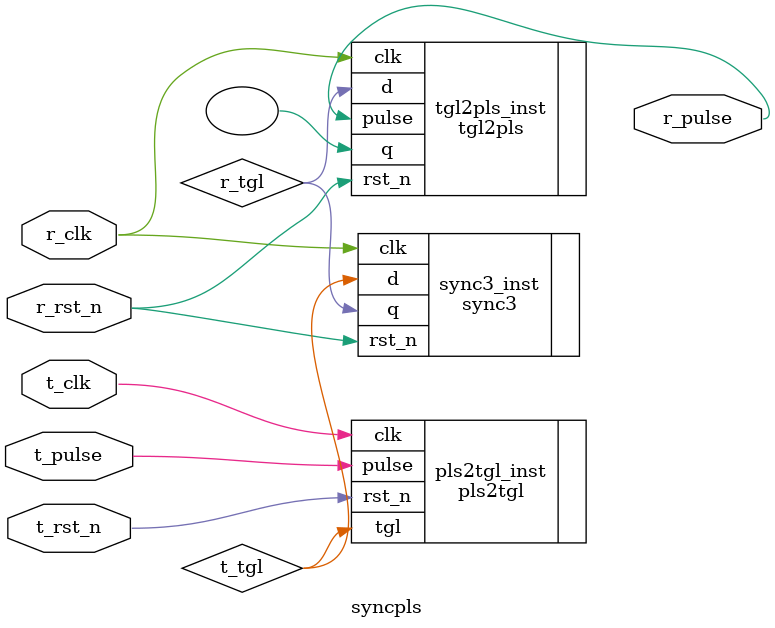
<source format=sv>
`ifdef __ICARUS__
`timescale 1 ns/1 ps
`endif

module syncpls (
    input logic t_clk, //transmitting clock.
    input logic t_rst_n, //reset in t_clk domain.
    input logic t_pulse, //input pulse in t_clk domain.
    input logic r_clk, //receiving clock.
    input logic r_rst_n, //reset in r_clk_domain.
    output logic r_pulse); //output pulse in r_clk domain.

    logic t_tgl, r_tgl;

    pls2tgl pls2tgl_inst (
        .tgl(t_tgl),
        .pulse(t_pulse),
        .clk(t_clk), 
        .rst_n(t_rst_n));
    
    sync3 sync3_inst (
        .q(r_tgl),
        .d(t_tgl), 
        .clk(r_clk), 
        .rst_n(r_rst_n));
    
    tgl2pls tgl2pls_inst(
        .pulse(r_pulse), 
        .q(),
        .d(r_tgl),
        .clk(r_clk), 
        .rst_n(r_rst_n));
endmodule

</source>
